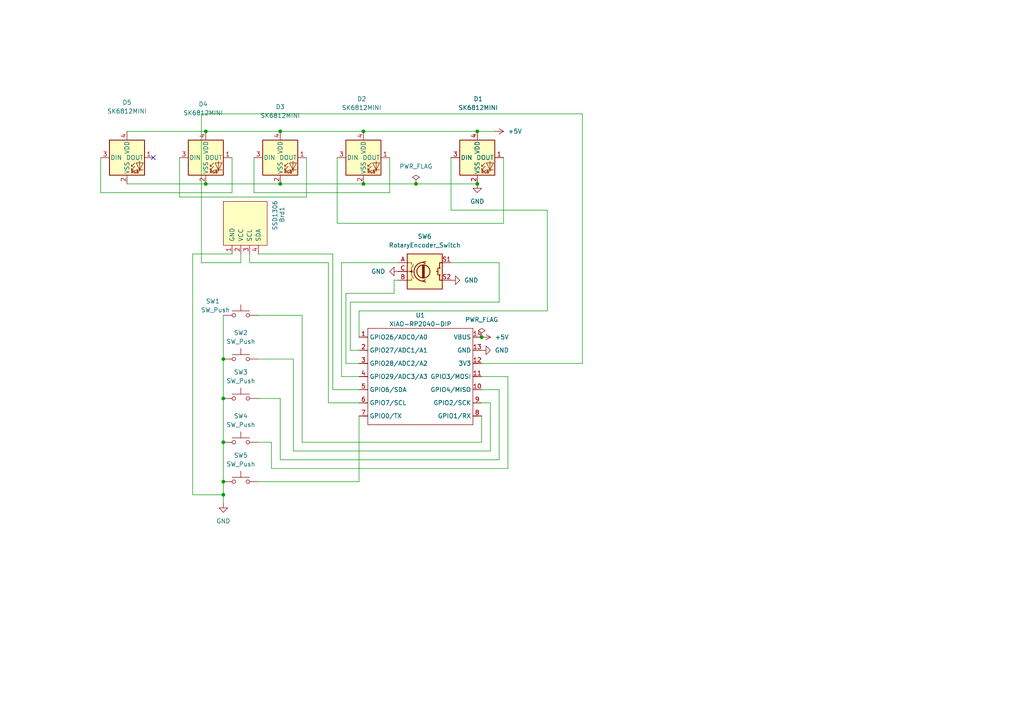
<source format=kicad_sch>
(kicad_sch (version 20250114) (generator "eeschema") (generator_version "9.0")
  (paper "A4")
  (lib_symbols
    (symbol "Device:RotaryEncoder_Switch" (pin_names (offset 0.254) (hide yes))
      (property "Reference" "SW" (at 0 6.604 0))
      (property "Value" "RotaryEncoder_Switch" (at 0 -6.604 0))
      (symbol "RotaryEncoder_Switch_0_1"
        (rectangle (start -5.08 5.08) (end 5.08 -5.08) (stroke (width 0.254)) (fill (type background)))
        (polyline (pts (xy -5.08 2.54) (xy -3.81 2.54) (xy -3.81 2.032)))
        (polyline (pts (xy -5.08 0) (xy -3.81 0) (xy -3.81 -1.016) (xy -3.302 -2.032)))
        (polyline (pts (xy -5.08 -2.54) (xy -3.81 -2.54) (xy -3.81 -2.032)))
        (polyline (pts (xy -4.318 0) (xy -3.81 0) (xy -3.81 1.016) (xy -3.302 2.032)))
        (circle (center -3.81 0) (radius 0.254) (fill (type outline)))
        (polyline (pts (xy -0.635 -1.778) (xy -0.635 1.778)) (stroke (width 0.254)))
        (circle (center -0.381 0) (radius 1.905) (stroke (width 0.254)))
        (polyline (pts (xy -0.381 -1.778) (xy -0.381 1.778)) (stroke (width 0.254)))
        (arc (start -0.381 -2.794) (mid -3.0988 -0.0635) (end -0.381 2.667) (stroke (width 0.254)))
        (polyline (pts (xy -0.127 1.778) (xy -0.127 -1.778)) (stroke (width 0.254)))
        (polyline (pts (xy 0.254 2.921) (xy -0.508 2.667) (xy 0.127 2.286)) (stroke (width 0.254)))
        (polyline (pts (xy 0.254 -3.048) (xy -0.508 -2.794) (xy 0.127 -2.413)) (stroke (width 0.254)))
        (polyline (pts (xy 3.81 1.016) (xy 3.81 -1.016)) (stroke (width 0.254)))
        (polyline (pts (xy 3.81 0) (xy 3.429 0)) (stroke (width 0.254)))
        (circle (center 4.318 1.016) (radius 0.127) (stroke (width 0.254)))
        (circle (center 4.318 -1.016) (radius 0.127) (stroke (width 0.254)))
        (polyline (pts (xy 5.08 2.54) (xy 4.318 2.54) (xy 4.318 1.016)) (stroke (width 0.254)))
        (polyline (pts (xy 5.08 -2.54) (xy 4.318 -2.54) (xy 4.318 -1.016)) (stroke (width 0.254)))
      )
      (symbol "RotaryEncoder_Switch_1_1"
        (pin passive line (at -7.62 2.54 0) (length 2.54) (name "A") (number "A"))
        (pin passive line (at -7.62 0 0) (length 2.54) (name "C") (number "C"))
        (pin passive line (at -7.62 -2.54 0) (length 2.54) (name "B") (number "B"))
        (pin passive line (at 7.62 2.54 180) (length 2.54) (name "S1") (number "S1"))
        (pin passive line (at 7.62 -2.54 180) (length 2.54) (name "S2") (number "S2"))
      )
    )
    (symbol "LED:SK6812MINI" (pin_names (offset 0.254))
      (property "Reference" "D" (at 5.08 5.715 0))
      (property "Value" "SK6812MINI" (at 1.27 -5.715 0))
      (symbol "SK6812MINI_0_0"
        (text "RGB" (at 2.286 -4.191 0) (effects (font (size 0.762 0.762))))
      )
      (symbol "SK6812MINI_0_1"
        (polyline (pts (xy 1.27 -2.54) (xy 1.778 -2.54)))
        (polyline (pts (xy 1.27 -3.556) (xy 1.778 -3.556)))
        (polyline (pts (xy 2.286 -1.524) (xy 1.27 -2.54) (xy 1.27 -2.032)))
        (polyline (pts (xy 2.286 -2.54) (xy 1.27 -3.556) (xy 1.27 -3.048)))
        (polyline (pts (xy 3.683 -1.016) (xy 3.683 -3.556) (xy 3.683 -4.064)))
        (polyline (pts (xy 4.699 -1.524) (xy 2.667 -1.524) (xy 3.683 -3.556) (xy 4.699 -1.524)))
        (polyline (pts (xy 4.699 -3.556) (xy 2.667 -3.556)))
        (rectangle (start 5.08 5.08) (end -5.08 -5.08) (stroke (width 0.254)) (fill (type background)))
      )
      (symbol "SK6812MINI_1_1"
        (pin input line (at -7.62 0 0) (length 2.54) (name "DIN") (number "3"))
        (pin power_in line (at 0 7.62 270) (length 2.54) (name "VDD") (number "4"))
        (pin power_in line (at 0 -7.62 90) (length 2.54) (name "VSS") (number "2"))
        (pin output line (at 7.62 0 180) (length 2.54) (name "DOUT") (number "1"))
      )
    )
    (symbol "OLED:SSD1306" (pin_names (offset 1.016))
      (property "Reference" "Brd" (at 0 -3.81 0))
      (property "Value" "SSD1306" (at 0 -1.27 0))
      (symbol "SSD1306_0_1"
        (rectangle (start -6.35 6.35) (end 6.35 -6.35) (fill (type background)))
      )
      (symbol "SSD1306_1_1"
        (pin input line (at -3.81 8.89 270) (length 2.54) (name "GND") (number "1"))
        (pin input line (at -1.27 8.89 270) (length 2.54) (name "VCC") (number "2"))
        (pin input line (at 1.27 8.89 270) (length 2.54) (name "SCL") (number "3"))
        (pin input line (at 3.81 8.89 270) (length 2.54) (name "SDA") (number "4"))
      )
    )
    (symbol "OPL:XIAO-RP2040-DIP"
      (property "Reference" "U" (at 0 0 0))
      (property "Value" "XIAO-RP2040-DIP" (at 5.334 -1.778 0))
      (symbol "XIAO-RP2040-DIP_1_0"
        (polyline (pts (xy -1.27 -2.54) (xy 29.21 -2.54)) (stroke (width 0.1524)))
        (polyline (pts (xy -1.27 -5.08) (xy -2.54 -5.08)) (stroke (width 0.1524)))
        (polyline (pts (xy -1.27 -5.08) (xy -1.27 -2.54)) (stroke (width 0.1524)))
        (polyline (pts (xy -1.27 -8.89) (xy -2.54 -8.89)) (stroke (width 0.1524)))
        (polyline (pts (xy -1.27 -8.89) (xy -1.27 -5.08)) (stroke (width 0.1524)))
        (polyline (pts (xy -1.27 -12.7) (xy -2.54 -12.7)) (stroke (width 0.1524)))
        (polyline (pts (xy -1.27 -12.7) (xy -1.27 -8.89)) (stroke (width 0.1524)))
        (polyline (pts (xy -1.27 -16.51) (xy -2.54 -16.51)) (stroke (width 0.1524)))
        (polyline (pts (xy -1.27 -16.51) (xy -1.27 -12.7)) (stroke (width 0.1524)))
        (polyline (pts (xy -1.27 -20.32) (xy -2.54 -20.32)) (stroke (width 0.1524)))
        (polyline (pts (xy -1.27 -24.13) (xy -2.54 -24.13)) (stroke (width 0.1524)))
        (polyline (pts (xy -1.27 -27.94) (xy -2.54 -27.94)) (stroke (width 0.1524)))
        (polyline (pts (xy -1.27 -30.48) (xy -1.27 -16.51)) (stroke (width 0.1524)))
        (polyline (pts (xy 29.21 -2.54) (xy 29.21 -5.08)) (stroke (width 0.1524)))
        (polyline (pts (xy 29.21 -5.08) (xy 29.21 -8.89)) (stroke (width 0.1524)))
        (polyline (pts (xy 29.21 -8.89) (xy 29.21 -12.7)) (stroke (width 0.1524)))
        (polyline (pts (xy 29.21 -12.7) (xy 29.21 -30.48)) (stroke (width 0.1524)))
        (polyline (pts (xy 29.21 -30.48) (xy -1.27 -30.48)) (stroke (width 0.1524)))
        (polyline (pts (xy 30.48 -5.08) (xy 29.21 -5.08)) (stroke (width 0.1524)))
        (polyline (pts (xy 30.48 -8.89) (xy 29.21 -8.89)) (stroke (width 0.1524)))
        (polyline (pts (xy 30.48 -12.7) (xy 29.21 -12.7)) (stroke (width 0.1524)))
        (polyline (pts (xy 30.48 -16.51) (xy 29.21 -16.51)) (stroke (width 0.1524)))
        (polyline (pts (xy 30.48 -20.32) (xy 29.21 -20.32)) (stroke (width 0.1524)))
        (polyline (pts (xy 30.48 -24.13) (xy 29.21 -24.13)) (stroke (width 0.1524)))
        (polyline (pts (xy 30.48 -27.94) (xy 29.21 -27.94)) (stroke (width 0.1524)))
        (pin passive line (at -3.81 -5.08 0) (length 2.54) (name "GPIO26/ADC0/A0") (number "1"))
        (pin passive line (at -3.81 -8.89 0) (length 2.54) (name "GPIO27/ADC1/A1") (number "2"))
        (pin passive line (at -3.81 -12.7 0) (length 2.54) (name "GPIO28/ADC2/A2") (number "3"))
        (pin passive line (at -3.81 -16.51 0) (length 2.54) (name "GPIO29/ADC3/A3") (number "4"))
        (pin passive line (at -3.81 -20.32 0) (length 2.54) (name "GPIO6/SDA") (number "5"))
        (pin passive line (at -3.81 -24.13 0) (length 2.54) (name "GPIO7/SCL") (number "6"))
        (pin passive line (at -3.81 -27.94 0) (length 2.54) (name "GPIO0/TX") (number "7"))
        (pin passive line (at 31.75 -5.08 180) (length 2.54) (name "VBUS") (number "14"))
        (pin passive line (at 31.75 -8.89 180) (length 2.54) (name "GND") (number "13"))
        (pin passive line (at 31.75 -12.7 180) (length 2.54) (name "3V3") (number "12"))
        (pin passive line (at 31.75 -16.51 180) (length 2.54) (name "GPIO3/MOSI") (number "11"))
        (pin passive line (at 31.75 -20.32 180) (length 2.54) (name "GPIO4/MISO") (number "10"))
        (pin passive line (at 31.75 -24.13 180) (length 2.54) (name "GPIO2/SCK") (number "9"))
        (pin passive line (at 31.75 -27.94 180) (length 2.54) (name "GPIO1/RX") (number "8"))
      )
    )
    (symbol "Switch:SW_Push" (pin_numbers (hide yes)) (pin_names (offset 1.016) (hide yes))
      (property "Reference" "SW" (at 1.27 2.54 0))
      (property "Value" "SW_Push" (at 0 -1.524 0))
      (symbol "SW_Push_0_1"
        (circle (center -2.032 0) (radius 0.508))
        (polyline (pts (xy 0 1.27) (xy 0 3.048)))
        (circle (center 2.032 0) (radius 0.508))
        (polyline (pts (xy 2.54 1.27) (xy -2.54 1.27)))
        (pin passive line (at -5.08 0 0) (length 2.54) (name "1") (number "1"))
        (pin passive line (at 5.08 0 180) (length 2.54) (name "2") (number "2"))
      )
    )
    (symbol "power:+5V" (power) (pin_numbers (hide yes)) (pin_names (offset 0) (hide yes))
      (property "Value" "+5V" (at 0 3.556 0))
      (symbol "+5V_0_1"
        (polyline (pts (xy -0.762 1.27) (xy 0 2.54)))
        (polyline (pts (xy 0 2.54) (xy 0.762 1.27)))
        (polyline (pts (xy 0 0) (xy 0 2.54)))
      )
      (symbol "+5V_1_1"
        (pin power_in line (at 0 0 90) (length 0) (name "~") (number "1"))
      )
    )
    (symbol "power:GND" (power) (pin_numbers (hide yes)) (pin_names (offset 0) (hide yes))
      (property "Value" "GND" (at 0 -3.81 0))
      (symbol "GND_0_1"
        (polyline (pts (xy 0 0) (xy 0 -1.27) (xy 1.27 -1.27) (xy 0 -2.54) (xy -1.27 -1.27) (xy 0 -1.27)))
      )
      (symbol "GND_1_1"
        (pin power_in line (at 0 0 270) (length 0) (name "~") (number "1"))
      )
    )
    (symbol "power:PWR_FLAG" (power) (pin_numbers (hide yes)) (pin_names (offset 0) (hide yes))
      (property "Value" "PWR_FLAG" (at 0 3.81 0))
      (symbol "PWR_FLAG_0_0"
        (pin power_out line (at 0 0 90) (length 0) (name "~") (number "1"))
      )
      (symbol "PWR_FLAG_0_1"
        (polyline (pts (xy 0 0) (xy 0 1.27) (xy -1.016 1.905) (xy 0 2.54) (xy 1.016 1.905) (xy 0 1.27)))
      )
    )
  )
  (junction (at 138.43 53.34))
  (junction (at 64.77 139.7))
  (junction (at 64.77 143.51))
  (junction (at 120.65 53.34))
  (junction (at 59.69 53.34))
  (junction (at 59.69 38.1))
  (junction (at 105.41 38.1))
  (junction (at 138.43 38.1))
  (junction (at 64.77 115.57))
  (junction (at 105.41 53.34))
  (junction (at 139.7 97.79))
  (junction (at 81.28 38.1))
  (junction (at 64.77 104.14))
  (junction (at 64.77 128.27))
  (junction (at 81.28 53.34))
  (no_connect (at 44.45 45.72))
  (wire (pts (xy 105.41 38.1) (xy 138.43 38.1)))
  (wire (pts (xy 81.28 115.57) (xy 74.93 115.57)))
  (wire (pts (xy 96.52 73.66) (xy 96.52 113.03)))
  (wire (pts (xy 52.07 57.15) (xy 88.9 57.15)))
  (wire (pts (xy 139.7 109.22) (xy 147.32 109.22)))
  (wire (pts (xy 73.66 45.72) (xy 73.66 55.88)))
  (wire (pts (xy 55.88 73.66) (xy 55.88 143.51)))
  (wire (pts (xy 120.65 53.34) (xy 138.43 53.34)))
  (wire (pts (xy 74.93 73.66) (xy 96.52 73.66)))
  (wire (pts (xy 29.21 55.88) (xy 67.31 55.88)))
  (wire (pts (xy 101.6 87.63) (xy 144.78 87.63)))
  (wire (pts (xy 58.42 33.02) (xy 168.91 33.02)))
  (wire (pts (xy 74.93 139.7) (xy 104.14 139.7)))
  (wire (pts (xy 58.42 76.2) (xy 69.85 76.2)))
  (wire (pts (xy 64.77 143.51) (xy 64.77 146.05)))
  (wire (pts (xy 100.33 85.09) (xy 100.33 105.41)))
  (wire (pts (xy 144.78 113.03) (xy 144.78 133.35)))
  (wire (pts (xy 73.66 55.88) (xy 113.03 55.88)))
  (wire (pts (xy 78.74 135.89) (xy 78.74 128.27)))
  (wire (pts (xy 88.9 57.15) (xy 88.9 45.72)))
  (wire (pts (xy 147.32 109.22) (xy 147.32 135.89)))
  (wire (pts (xy 81.28 133.35) (xy 81.28 115.57)))
  (wire (pts (xy 104.14 101.6) (xy 101.6 101.6)))
  (wire (pts (xy 142.24 116.84) (xy 142.24 130.81)))
  (wire (pts (xy 95.25 76.2) (xy 72.39 76.2)))
  (wire (pts (xy 146.05 64.77) (xy 97.79 64.77)))
  (wire (pts (xy 72.39 76.2) (xy 72.39 73.66)))
  (wire (pts (xy 52.07 45.72) (xy 52.07 57.15)))
  (wire (pts (xy 138.43 38.1) (xy 143.51 38.1)))
  (wire (pts (xy 142.24 130.81) (xy 85.09 130.81)))
  (wire (pts (xy 69.85 76.2) (xy 69.85 73.66)))
  (wire (pts (xy 139.7 113.03) (xy 144.78 113.03)))
  (wire (pts (xy 87.63 128.27) (xy 87.63 91.44)))
  (wire (pts (xy 64.77 128.27) (xy 64.77 139.7)))
  (wire (pts (xy 55.88 73.66) (xy 67.31 73.66)))
  (wire (pts (xy 113.03 55.88) (xy 113.03 45.72)))
  (wire (pts (xy 95.25 116.84) (xy 95.25 76.2)))
  (wire (pts (xy 97.79 64.77) (xy 97.79 45.72)))
  (wire (pts (xy 36.83 38.1) (xy 59.69 38.1)))
  (wire (pts (xy 59.69 53.34) (xy 81.28 53.34)))
  (wire (pts (xy 130.81 60.96) (xy 130.81 45.72)))
  (wire (pts (xy 58.42 76.2) (xy 58.42 33.02)))
  (wire (pts (xy 101.6 101.6) (xy 101.6 87.63)))
  (wire (pts (xy 130.81 76.2) (xy 144.78 76.2)))
  (wire (pts (xy 36.83 53.34) (xy 59.69 53.34)))
  (wire (pts (xy 64.77 115.57) (xy 64.77 128.27)))
  (wire (pts (xy 114.3 85.09) (xy 114.3 81.28)))
  (wire (pts (xy 85.09 130.81) (xy 85.09 104.14)))
  (wire (pts (xy 114.3 81.28) (xy 115.57 81.28)))
  (wire (pts (xy 59.69 38.1) (xy 81.28 38.1)))
  (wire (pts (xy 64.77 104.14) (xy 64.77 115.57)))
  (wire (pts (xy 139.7 116.84) (xy 142.24 116.84)))
  (wire (pts (xy 100.33 85.09) (xy 114.3 85.09)))
  (wire (pts (xy 144.78 76.2) (xy 144.78 87.63)))
  (wire (pts (xy 130.81 60.96) (xy 158.75 60.96)))
  (wire (pts (xy 29.21 45.72) (xy 29.21 55.88)))
  (wire (pts (xy 139.7 105.41) (xy 168.91 105.41)))
  (wire (pts (xy 146.05 45.72) (xy 146.05 64.77)))
  (wire (pts (xy 158.75 90.17) (xy 104.14 90.17)))
  (wire (pts (xy 99.06 76.2) (xy 115.57 76.2)))
  (wire (pts (xy 104.14 116.84) (xy 95.25 116.84)))
  (wire (pts (xy 158.75 60.96) (xy 158.75 90.17)))
  (wire (pts (xy 64.77 91.44) (xy 64.77 104.14)))
  (wire (pts (xy 99.06 76.2) (xy 99.06 109.22)))
  (wire (pts (xy 147.32 135.89) (xy 78.74 135.89)))
  (wire (pts (xy 87.63 91.44) (xy 74.93 91.44)))
  (wire (pts (xy 105.41 53.34) (xy 120.65 53.34)))
  (wire (pts (xy 104.14 90.17) (xy 104.14 97.79)))
  (wire (pts (xy 67.31 55.88) (xy 67.31 45.72)))
  (wire (pts (xy 96.52 113.03) (xy 104.14 113.03)))
  (wire (pts (xy 168.91 33.02) (xy 168.91 105.41)))
  (wire (pts (xy 55.88 143.51) (xy 64.77 143.51)))
  (wire (pts (xy 104.14 120.65) (xy 104.14 139.7)))
  (wire (pts (xy 81.28 38.1) (xy 105.41 38.1)))
  (wire (pts (xy 144.78 133.35) (xy 81.28 133.35)))
  (wire (pts (xy 78.74 128.27) (xy 74.93 128.27)))
  (wire (pts (xy 100.33 105.41) (xy 104.14 105.41)))
  (wire (pts (xy 81.28 53.34) (xy 105.41 53.34)))
  (wire (pts (xy 139.7 120.65) (xy 139.7 128.27)))
  (wire (pts (xy 99.06 109.22) (xy 104.14 109.22)))
  (wire (pts (xy 64.77 139.7) (xy 64.77 143.51)))
  (wire (pts (xy 85.09 104.14) (xy 74.93 104.14)))
  (wire (pts (xy 139.7 128.27) (xy 87.63 128.27)))
  (symbol (lib_id "power:+5V") (at 143.51 38.1 270) (unit 1)
    (property "Reference" "#PWR04" (effects (hide yes)))
    (property "Value" "+5V" (at 147.32 38.0999 90) (effects (justify left)))
    (property "Description" "Power symbol creates a global label with name \"+5V\"" (effects (hide yes)))
  )
  (symbol (lib_id "power:GND") (at 130.81 81.28 90) (unit 1)
    (property "Reference" "#PWR06" (effects (hide yes)))
    (property "Value" "GND" (at 134.62 81.2799 90) (effects (justify right)))
    (property "Description" "Power symbol creates a global label with name \"GND\" , ground" (effects (hide yes)))
  )
  (symbol (lib_id "power:GND") (at 138.43 53.34 0) (unit 1)
    (property "Reference" "#PWR03" (effects (hide yes)))
    (property "Value" "GND" (at 138.43 58.42 0))
    (property "Description" "Power symbol creates a global label with name \"GND\" , ground" (effects (hide yes)))
  )
  (symbol (lib_id "Switch:SW_Push") (at 69.85 139.7 0) (unit 1)
    (property "Reference" "SW5" (at 69.85 132.08 0))
    (property "Value" "SW_Push" (at 69.85 134.62 0))
    (property "Footprint" "Button_Switch_Keyboard:SW_Cherry_MX_1.00u_PCB" (effects (hide yes)))
    (property "Description" "Push button switch, generic, two pins" (effects (hide yes)))
  )
  (symbol (lib_id "LED:SK6812MINI") (at 105.41 45.72 0) (unit 1)
    (property "Reference" "D2" (at 104.902 28.702 0))
    (property "Value" "SK6812MINI" (at 104.902 31.242 0))
    (property "Footprint" "LED_SMD:LED_SK6812MINI_PLCC4_3.5x3.5mm_P1.75mm" (effects (hide yes)))
    (property "Datasheet" "https://cdn-shop.adafruit.com/product-files/2686/SK6812MINI_REV.01-1-2.pdf" (effects (hide yes)))
    (property "Description" "RGB LED with integrated controller" (effects (hide yes)))
  )
  (symbol (lib_id "LED:SK6812MINI") (at 36.83 45.72 0) (unit 1)
    (property "Reference" "D5" (at 36.83 29.718 0))
    (property "Value" "SK6812MINI" (at 36.83 32.258 0))
    (property "Footprint" "LED_SMD:LED_SK6812MINI_PLCC4_3.5x3.5mm_P1.75mm" (effects (hide yes)))
    (property "Datasheet" "https://cdn-shop.adafruit.com/product-files/2686/SK6812MINI_REV.01-1-2.pdf" (effects (hide yes)))
    (property "Description" "RGB LED with integrated controller" (effects (hide yes)))
  )
  (symbol (lib_id "power:GND") (at 64.77 146.05 0) (unit 1)
    (property "Reference" "#PWR07" (effects (hide yes)))
    (property "Value" "GND" (at 64.77 151.13 0))
    (property "Description" "Power symbol creates a global label with name \"GND\" , ground" (effects (hide yes)))
  )
  (symbol (lib_id "power:+5V") (at 139.7 97.79 270) (unit 1)
    (property "Reference" "#PWR02" (effects (hide yes)))
    (property "Value" "+5V" (at 143.51 97.7899 90) (effects (justify left)))
    (property "Description" "Power symbol creates a global label with name \"+5V\"" (effects (hide yes)))
  )
  (symbol (lib_id "LED:SK6812MINI") (at 138.43 45.72 0) (unit 1)
    (property "Reference" "D1" (at 138.684 28.702 0))
    (property "Value" "SK6812MINI" (at 138.684 31.242 0))
    (property "Footprint" "LED_SMD:LED_SK6812MINI_PLCC4_3.5x3.5mm_P1.75mm" (effects (hide yes)))
    (property "Datasheet" "https://cdn-shop.adafruit.com/product-files/2686/SK6812MINI_REV.01-1-2.pdf" (effects (hide yes)))
    (property "Description" "RGB LED with integrated controller" (effects (hide yes)))
  )
  (symbol (lib_id "Switch:SW_Push") (at 69.85 115.57 0) (unit 1)
    (property "Reference" "SW3" (at 69.85 107.95 0))
    (property "Value" "SW_Push" (at 69.85 110.49 0))
    (property "Footprint" "Button_Switch_Keyboard:SW_Cherry_MX_1.00u_PCB" (effects (hide yes)))
    (property "Description" "Push button switch, generic, two pins" (effects (hide yes)))
  )
  (symbol (lib_id "power:PWR_FLAG") (at 120.65 53.34 0) (unit 1)
    (property "Reference" "#FLG01" (effects (hide yes)))
    (property "Value" "PWR_FLAG" (at 120.65 48.26 0))
    (property "Description" "Special symbol for telling ERC where power comes from" (effects (hide yes)))
  )
  (symbol (lib_id "Switch:SW_Push") (at 69.85 104.14 0) (unit 1)
    (property "Reference" "SW2" (at 69.85 96.52 0))
    (property "Value" "SW_Push" (at 69.85 99.06 0))
    (property "Footprint" "Button_Switch_Keyboard:SW_Cherry_MX_1.00u_PCB" (effects (hide yes)))
    (property "Description" "Push button switch, generic, two pins" (effects (hide yes)))
  )
  (symbol (lib_id "OPL:XIAO-RP2040-DIP") (at 107.95 92.71 0) (unit 1)
    (property "Reference" "U1" (at 121.92 91.44 0))
    (property "Value" "XIAO-RP2040-DIP" (at 121.92 93.98 0))
    (property "Footprint" "OPL:XIAO-RP2040-DIP" (effects (hide yes)))
  )
  (symbol (lib_id "power:PWR_FLAG") (at 139.7 97.79 0) (unit 1)
    (property "Reference" "#FLG02" (effects (hide yes)))
    (property "Value" "PWR_FLAG" (at 139.7 92.71 0))
    (property "Description" "Special symbol for telling ERC where power comes from" (effects (hide yes)))
  )
  (symbol (lib_id "power:GND") (at 139.7 101.6 90) (unit 1)
    (property "Reference" "#PWR01" (effects (hide yes)))
    (property "Value" "GND" (at 143.51 101.5999 90) (effects (justify right)))
    (property "Description" "Power symbol creates a global label with name \"GND\" , ground" (effects (hide yes)))
  )
  (symbol (lib_id "Device:RotaryEncoder_Switch") (at 123.19 78.74 0) (unit 1)
    (property "Reference" "SW6" (at 123.19 68.58 0))
    (property "Value" "RotaryEncoder_Switch" (at 123.19 71.12 0))
    (property "Footprint" "Rotary_Encoder:RotaryEncoder_Alps_EC11E-Switch_Vertical_H20mm" (effects (hide yes)))
    (property "Description" "Rotary encoder, dual channel, incremental quadrate outputs, with switch" (effects (hide yes)))
  )
  (symbol (lib_id "Switch:SW_Push") (at 69.85 128.27 0) (unit 1)
    (property "Reference" "SW4" (at 69.85 120.65 0))
    (property "Value" "SW_Push" (at 69.85 123.19 0))
    (property "Footprint" "Button_Switch_Keyboard:SW_Cherry_MX_1.00u_PCB" (effects (hide yes)))
    (property "Description" "Push button switch, generic, two pins" (effects (hide yes)))
  )
  (symbol (lib_id "LED:SK6812MINI") (at 81.28 45.72 0) (unit 1)
    (property "Reference" "D3" (at 81.28 30.988 0))
    (property "Value" "SK6812MINI" (at 81.28 33.528 0))
    (property "Footprint" "LED_SMD:LED_SK6812MINI_PLCC4_3.5x3.5mm_P1.75mm" (effects (hide yes)))
    (property "Datasheet" "https://cdn-shop.adafruit.com/product-files/2686/SK6812MINI_REV.01-1-2.pdf" (effects (hide yes)))
    (property "Description" "RGB LED with integrated controller" (effects (hide yes)))
  )
  (symbol (lib_id "Switch:SW_Push") (at 69.85 91.44 0) (unit 1)
    (property "Reference" "SW1" (at 61.722 87.376 0))
    (property "Value" "SW_Push" (at 62.484 89.916 0))
    (property "Footprint" "Button_Switch_Keyboard:SW_Cherry_MX_1.00u_PCB" (effects (hide yes)))
    (property "Description" "Push button switch, generic, two pins" (effects (hide yes)))
  )
  (symbol (lib_id "LED:SK6812MINI") (at 59.69 45.72 0) (unit 1)
    (property "Reference" "D4" (at 58.928 30.226 0))
    (property "Value" "SK6812MINI" (at 58.928 32.766 0))
    (property "Footprint" "LED_SMD:LED_SK6812MINI_PLCC4_3.5x3.5mm_P1.75mm" (effects (hide yes)))
    (property "Datasheet" "https://cdn-shop.adafruit.com/product-files/2686/SK6812MINI_REV.01-1-2.pdf" (effects (hide yes)))
    (property "Description" "RGB LED with integrated controller" (effects (hide yes)))
  )
  (symbol (lib_id "power:GND") (at 115.57 78.74 270) (unit 1)
    (property "Reference" "#PWR05" (effects (hide yes)))
    (property "Value" "GND" (at 111.76 78.7399 90) (effects (justify right)))
    (property "Description" "Power symbol creates a global label with name \"GND\" , ground" (effects (hide yes)))
  )
  (symbol (lib_id "OLED:SSD1306") (at 71.12 64.77 0) (mirror x) (unit 1)
    (property "Reference" "Brd1" (at 81.788 62.23 90))
    (property "Value" "SSD1306" (at 79.756 62.484 90))
    (property "Footprint" "OLED:SSD1306-0.91-OLED-4pin-128x32" (effects (hide yes)))
    (property "Description" "SSD1306 OLED" (effects (hide yes)))
  )
)
</source>
